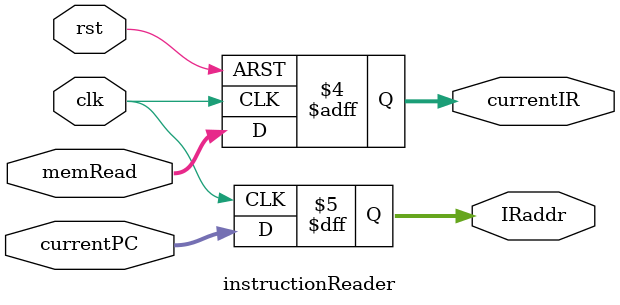
<source format=v>
module instructionReader (
  input clk, rst,
  input [15:0] currentPC,
  input [15:0] memRead,
  output reg [15:0] IRaddr,
  output reg [15:0] currentIR
);

always @ (negedge clk)
  IRaddr = currentPC;

always @ (negedge rst or posedge clk)
  if (!rst)
    currentIR = 0;
  else
    currentIR = memRead;

endmodule

</source>
